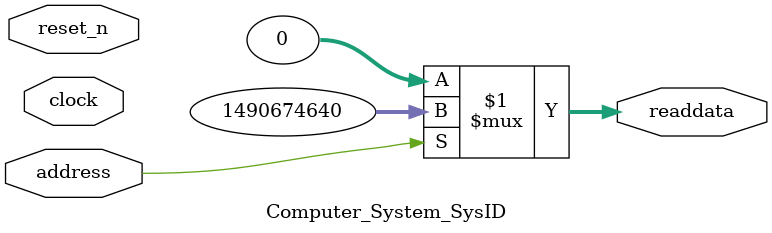
<source format=v>



// synthesis translate_off
`timescale 1ns / 1ps
// synthesis translate_on

// turn off superfluous verilog processor warnings 
// altera message_level Level1 
// altera message_off 10034 10035 10036 10037 10230 10240 10030 

module Computer_System_SysID (
               // inputs:
                address,
                clock,
                reset_n,

               // outputs:
                readdata
             )
;

  output  [ 31: 0] readdata;
  input            address;
  input            clock;
  input            reset_n;

  wire    [ 31: 0] readdata;
  //control_slave, which is an e_avalon_slave
  assign readdata = address ? 1490674640 : 0;

endmodule



</source>
